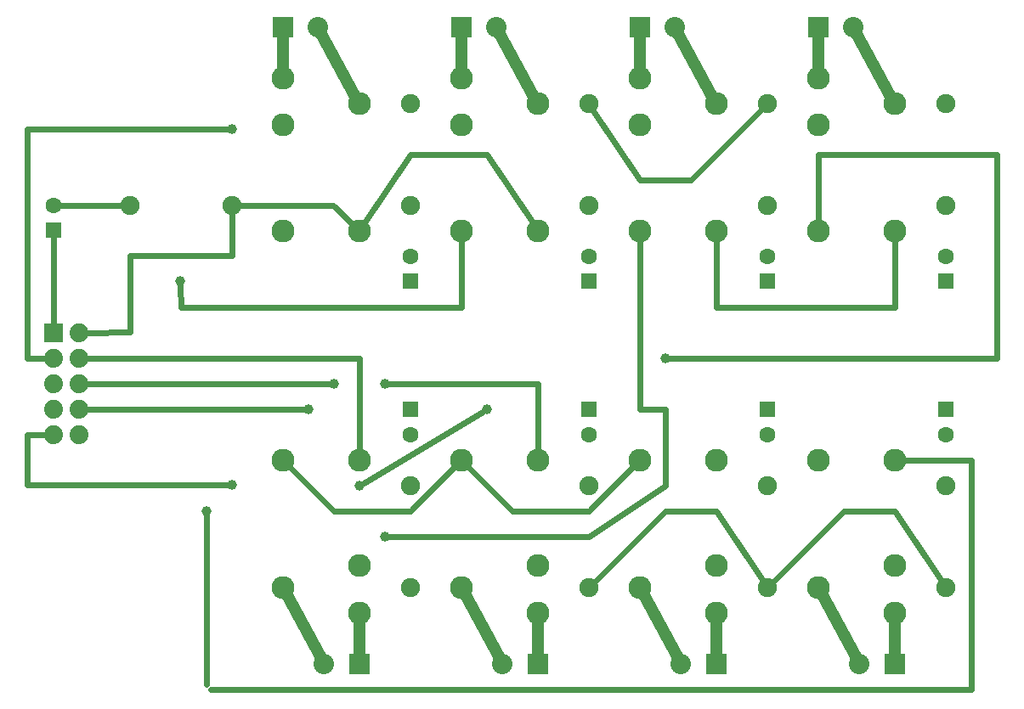
<source format=gbl>
G04 MADE WITH FRITZING*
G04 WWW.FRITZING.ORG*
G04 DOUBLE SIDED*
G04 HOLES PLATED*
G04 CONTOUR ON CENTER OF CONTOUR VECTOR*
%ASAXBY*%
%FSLAX23Y23*%
%MOIN*%
%OFA0B0*%
%SFA1.0B1.0*%
%ADD10C,0.080000*%
%ADD11C,0.062992*%
%ADD12C,0.075000*%
%ADD13C,0.039370*%
%ADD14C,0.074000*%
%ADD15C,0.090000*%
%ADD16R,0.080000X0.080000*%
%ADD17R,0.062992X0.062992*%
%ADD18R,0.074000X0.074000*%
%ADD19C,0.024000*%
%ADD20C,0.048000*%
%LNCOPPER0*%
G90*
G70*
G54D10*
X3161Y2742D03*
X3299Y2742D03*
X2461Y2742D03*
X2599Y2742D03*
X1761Y2742D03*
X1899Y2742D03*
X1061Y2742D03*
X1199Y2742D03*
G54D11*
X1561Y1744D03*
X1561Y1842D03*
X2261Y1744D03*
X2261Y1842D03*
X2961Y1744D03*
X2961Y1842D03*
X3661Y1744D03*
X3661Y1842D03*
X1561Y1240D03*
X1561Y1142D03*
X2261Y1240D03*
X2261Y1142D03*
X2961Y1240D03*
X2961Y1142D03*
X3661Y1240D03*
X3661Y1142D03*
G54D12*
X3661Y942D03*
X3661Y542D03*
X2961Y942D03*
X2961Y542D03*
X2261Y942D03*
X2261Y542D03*
X1561Y942D03*
X1561Y542D03*
X3661Y2442D03*
X3661Y2042D03*
X2961Y2442D03*
X2961Y2042D03*
X2261Y2442D03*
X2261Y2042D03*
X1561Y2442D03*
X1561Y2042D03*
G54D10*
X3461Y242D03*
X3324Y242D03*
X2761Y242D03*
X2624Y242D03*
X2061Y242D03*
X1924Y242D03*
X1361Y242D03*
X1224Y242D03*
G54D13*
X861Y2341D03*
X861Y943D03*
G54D12*
X861Y2042D03*
X461Y2042D03*
G54D11*
X161Y1944D03*
X161Y2042D03*
G54D14*
X261Y1542D03*
X261Y1442D03*
X261Y1342D03*
X261Y1242D03*
X261Y1142D03*
X161Y1542D03*
X161Y1442D03*
X161Y1342D03*
X161Y1242D03*
X161Y1142D03*
G54D15*
X1361Y2442D03*
X1061Y1942D03*
X1361Y1942D03*
X1061Y2542D03*
X1061Y2357D03*
X2061Y2442D03*
X1761Y1942D03*
X2061Y1942D03*
X1761Y2542D03*
X1761Y2357D03*
X3461Y2442D03*
X3161Y1942D03*
X3461Y1942D03*
X3161Y2542D03*
X3161Y2357D03*
X2761Y2442D03*
X2461Y1942D03*
X2761Y1942D03*
X2461Y2542D03*
X2461Y2357D03*
X1061Y542D03*
X1361Y1042D03*
X1061Y1042D03*
X1361Y442D03*
X1361Y627D03*
X1761Y542D03*
X2061Y1042D03*
X1761Y1042D03*
X2061Y442D03*
X2061Y627D03*
X2461Y542D03*
X2761Y1042D03*
X2461Y1042D03*
X2761Y442D03*
X2761Y627D03*
X3161Y542D03*
X3461Y1042D03*
X3161Y1042D03*
X3461Y442D03*
X3461Y627D03*
G54D13*
X660Y1743D03*
X1261Y1342D03*
X1461Y1342D03*
X1461Y742D03*
X1161Y1242D03*
X761Y842D03*
X1361Y942D03*
X1861Y1242D03*
X2561Y1442D03*
G54D16*
X3161Y2742D03*
X2461Y2742D03*
X1761Y2742D03*
X1061Y2742D03*
G54D17*
X1561Y1744D03*
X2261Y1744D03*
X2961Y1744D03*
X3661Y1744D03*
X1561Y1240D03*
X2261Y1240D03*
X2961Y1240D03*
X3661Y1240D03*
G54D16*
X3461Y242D03*
X2761Y242D03*
X2061Y242D03*
X1361Y242D03*
G54D17*
X161Y1944D03*
G54D18*
X161Y1542D03*
G54D19*
X1260Y2041D02*
X1335Y1968D01*
D02*
X890Y2042D02*
X1260Y2041D01*
D02*
X60Y1441D02*
X130Y1442D01*
D02*
X842Y2341D02*
X60Y2341D01*
D02*
X60Y2341D02*
X60Y1441D01*
D02*
X842Y943D02*
X60Y943D01*
D02*
X60Y943D02*
X60Y1141D01*
D02*
X60Y1141D02*
X130Y1142D01*
D02*
X861Y1843D02*
X462Y1843D01*
D02*
X462Y1843D02*
X462Y1543D01*
D02*
X861Y2013D02*
X861Y1843D01*
D02*
X462Y1543D02*
X292Y1542D01*
D02*
X161Y1917D02*
X161Y1573D01*
D02*
X433Y2042D02*
X188Y2042D01*
G54D20*
D02*
X1061Y2579D02*
X1061Y2711D01*
D02*
X1214Y2715D02*
X1344Y2474D01*
D02*
X1761Y2579D02*
X1761Y2711D01*
D02*
X1914Y2715D02*
X2044Y2474D01*
D02*
X2461Y2711D02*
X2461Y2579D01*
D02*
X2744Y2474D02*
X2614Y2715D01*
D02*
X3161Y2711D02*
X3161Y2579D01*
D02*
X3314Y2715D02*
X3444Y2474D01*
D02*
X1361Y273D02*
X1361Y405D01*
D02*
X1079Y510D02*
X1209Y269D01*
D02*
X2061Y273D02*
X2061Y405D01*
D02*
X1779Y510D02*
X1909Y269D01*
D02*
X2761Y405D02*
X2761Y273D01*
D02*
X2479Y510D02*
X2609Y269D01*
D02*
X3179Y510D02*
X3309Y269D01*
D02*
X3461Y273D02*
X3461Y405D01*
G54D19*
D02*
X2761Y1642D02*
X2761Y1905D01*
D02*
X3461Y1642D02*
X2761Y1642D01*
D02*
X3461Y1905D02*
X3461Y1642D01*
D02*
X1761Y1642D02*
X1761Y1905D01*
D02*
X661Y1642D02*
X1761Y1642D01*
D02*
X660Y1724D02*
X661Y1642D01*
D02*
X1361Y1442D02*
X1361Y1079D01*
D02*
X292Y1442D02*
X1361Y1442D01*
D02*
X2061Y1342D02*
X2061Y1079D01*
D02*
X1480Y1342D02*
X2061Y1342D01*
D02*
X292Y1342D02*
X1242Y1342D01*
D02*
X2561Y842D02*
X2282Y562D01*
D02*
X2761Y842D02*
X2561Y842D01*
D02*
X2945Y566D02*
X2761Y842D01*
D02*
X3261Y842D02*
X2982Y562D01*
D02*
X3645Y566D02*
X3461Y842D01*
D02*
X3461Y842D02*
X3261Y842D01*
D02*
X1961Y842D02*
X1787Y1016D01*
D02*
X2435Y1016D02*
X2261Y842D01*
D02*
X2261Y842D02*
X1961Y842D01*
D02*
X1261Y842D02*
X1087Y1016D01*
D02*
X1561Y842D02*
X1261Y842D01*
D02*
X1735Y1016D02*
X1561Y842D01*
D02*
X2461Y2142D02*
X2277Y2418D01*
D02*
X2661Y2142D02*
X2461Y2142D01*
D02*
X2941Y2422D02*
X2661Y2142D01*
D02*
X1480Y742D02*
X2261Y742D01*
D02*
X2261Y742D02*
X2561Y942D01*
D02*
X2561Y942D02*
X2561Y1242D01*
D02*
X2561Y1242D02*
X2461Y1242D01*
D02*
X2461Y1242D02*
X2461Y1905D01*
D02*
X1561Y2242D02*
X1382Y1973D01*
D02*
X1861Y2242D02*
X1561Y2242D01*
D02*
X2041Y1973D02*
X1861Y2242D01*
D02*
X292Y1242D02*
X1142Y1242D01*
D02*
X3761Y1042D02*
X3498Y1042D01*
D02*
X761Y823D02*
X761Y161D01*
D02*
X3761Y142D02*
X3761Y1042D01*
D02*
X780Y142D02*
X3761Y142D01*
D02*
X3161Y2242D02*
X3161Y1979D01*
D02*
X2580Y1442D02*
X3861Y1442D01*
D02*
X3861Y1442D02*
X3861Y2242D01*
D02*
X3861Y2242D02*
X3161Y2242D01*
D02*
X1378Y952D02*
X1845Y1232D01*
G04 End of Copper0*
M02*
</source>
